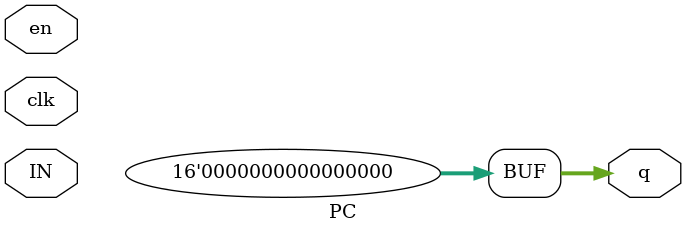
<source format=v>
`timescale 1ns/1ns
module PC(input clk,input [15:0] IN , input en, output reg [15:0] q);
assign q = 16'b0;
	always @(posedge clk) begin
		if(en)
			q = IN;
	end
endmodule

</source>
